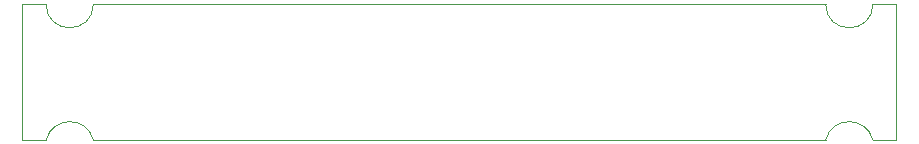
<source format=gbr>
G04 #@! TF.GenerationSoftware,KiCad,Pcbnew,(6.0.0)*
G04 #@! TF.CreationDate,2022-01-12T21:25:53+03:00*
G04 #@! TF.ProjectId,svet,73766574-2e6b-4696-9361-645f70636258,rev?*
G04 #@! TF.SameCoordinates,Original*
G04 #@! TF.FileFunction,Profile,NP*
%FSLAX46Y46*%
G04 Gerber Fmt 4.6, Leading zero omitted, Abs format (unit mm)*
G04 Created by KiCad (PCBNEW (6.0.0)) date 2022-01-12 21:25:53*
%MOMM*%
%LPD*%
G01*
G04 APERTURE LIST*
G04 #@! TA.AperFunction,Profile*
%ADD10C,0.100000*%
G04 #@! TD*
G04 APERTURE END LIST*
D10*
X83000000Y-64500000D02*
G75*
G03*
X79000000Y-64500000I-2000000J-507931D01*
G01*
X79000000Y-53000000D02*
G75*
G03*
X83000000Y-53000000I2000000J0D01*
G01*
X151000000Y-53000000D02*
X151000000Y-64500000D01*
X149000000Y-64500000D02*
X151000000Y-64500000D01*
X79000000Y-53000000D02*
X77000000Y-53000000D01*
X149000000Y-53000000D02*
X151000000Y-53000000D01*
X79000000Y-64500000D02*
X77000000Y-64500000D01*
X83000000Y-53000000D02*
X145000000Y-53000000D01*
X145000000Y-53000000D02*
G75*
G03*
X149000000Y-53000000I2000000J0D01*
G01*
X149000000Y-64500000D02*
G75*
G03*
X145000000Y-64500000I-2000000J-507935D01*
G01*
X83000000Y-64500000D02*
X145000000Y-64500000D01*
X77000000Y-53000000D02*
X77000000Y-64500000D01*
M02*

</source>
